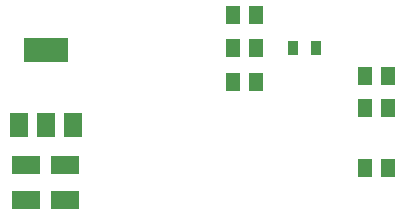
<source format=gbp>
G04*
G04 #@! TF.GenerationSoftware,Altium Limited,Altium Designer,24.3.1 (35)*
G04*
G04 Layer_Color=128*
%FSLAX44Y44*%
%MOMM*%
G71*
G04*
G04 #@! TF.SameCoordinates,268BF101-0F90-4EF0-BC03-07382AAEC2E5*
G04*
G04*
G04 #@! TF.FilePolarity,Positive*
G04*
G01*
G75*
%ADD18R,1.3000X1.6000*%
%ADD20R,0.9500X1.3000*%
%ADD52R,1.4986X2.0066*%
%ADD53R,3.8100X2.0066*%
%ADD54R,2.4000X1.6000*%
D18*
X956920Y756920D02*
D03*
X937920D02*
D03*
X956920Y834390D02*
D03*
X937920D02*
D03*
X956920Y807720D02*
D03*
X937920D02*
D03*
X826160Y829310D02*
D03*
X845160D02*
D03*
X845160Y857885D02*
D03*
X826160D02*
D03*
X845160Y886460D02*
D03*
X826160D02*
D03*
D20*
X896300Y858520D02*
D03*
X876300Y858520D02*
D03*
D52*
X690018Y793321D02*
D03*
X667158D02*
D03*
X644298D02*
D03*
D53*
X667412Y856313D02*
D03*
D54*
X683260Y729220D02*
D03*
Y759220D02*
D03*
X650240Y729220D02*
D03*
Y759220D02*
D03*
M02*

</source>
